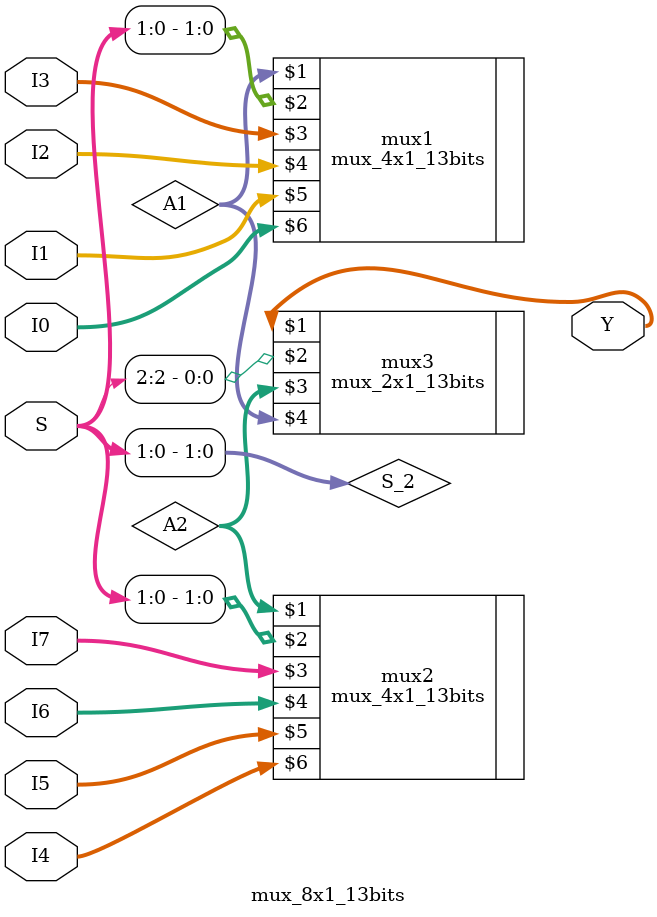
<source format=v>
module mux_8x1_13bits(output [12:0] Y, input [2:0] S, input[12:0] I7, I6, I5, I4, I3, I2, I1, I0);
	wire [1:0] S_2;
	assign S_2[1] = S[1];
	assign S_2[0] = S[0];
	wire [12:0] A1;
	wire [12:0] A2;
	mux_4x1_13bits mux1 (A1, S_2, I3, I2, I1, I0);
	mux_4x1_13bits mux2 (A2, S_2, I7, I6, I5, I4);
	mux_2x1_13bits mux3 (Y, S[2], A2, A1);
endmodule
</source>
